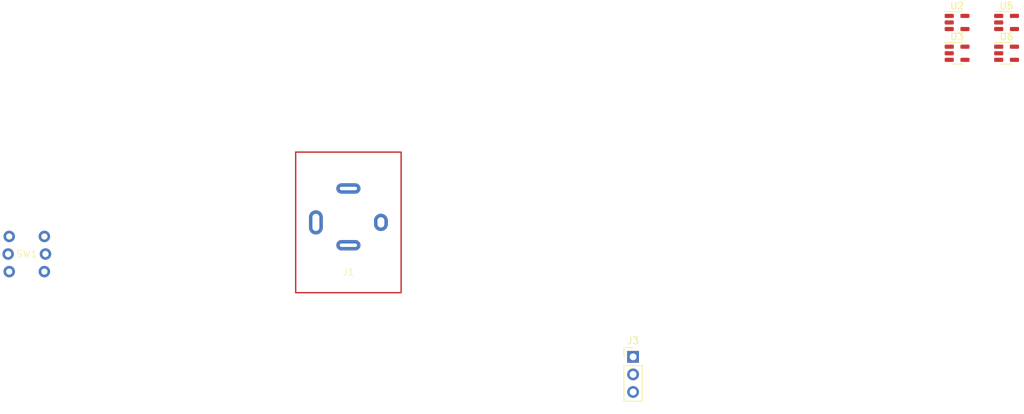
<source format=kicad_pcb>
(kicad_pcb (version 20221018) (generator pcbnew)
  (layers (0 "F.Cu" signal) (31 "B.Cu" signal) (34 "B.Paste" user) (35 "F.Paste" user) (36 "B.SilkS" user "B.Silkscreen") (37 "F.SilkS" user "F.Silkscreen") (38 "B.Mask" user) (39 "F.Mask" user) (44 "Edge.Cuts" user))
  (net 0 "")
  (net 5 "Net-(J13-Pin_1)")
  (net 6 "Net-(J11-Pin_1)")
  (net 7 "Net-(J12-Pin_1)")
  (net 8 "VCC")
  (net 9 "Net-(J3-Pin_2)")
  (net 10 "GND")
  (net 21 "signal")
  (net 22 "VEE")
  (net 23 "Net-(D2-A)")
  (net 24 "Net-(D2-K)")
  (net 25 "Net-(U6--)")
  (footprint "Connector_PinHeader_2.54mm:PinHeader_1x03_P2.54mm_Vertical" (layer "F.Cu") (at 168.148 95.631)
    (fp_text reference "J3" (at 0 -2.33) (layer "F.SilkS"))
    (fp_text value "Conn_01x03")
    (fp_line (start -1.33 -1.33) (end 0 -1.33) (stroke (width 0.12)) (layer "F.SilkS"))
    (fp_line (start -1.33 0) (end -1.33 -1.33) (stroke (width 0.12)) (layer "F.SilkS"))
    (fp_line (start -1.33 1.27) (end -1.33 6.41) (stroke (width 0.12)) (layer "F.SilkS"))
    (fp_line (start -1.33 1.27) (end 1.33 1.27) (stroke (width 0.12)) (layer "F.SilkS"))
    (fp_line (start -1.33 6.41) (end 1.33 6.41) (stroke (width 0.12)) (layer "F.SilkS"))
    (fp_line (start 1.33 1.27) (end 1.33 6.41) (stroke (width 0.12)) (layer "F.SilkS"))
    (pad "1" thru_hole rect (at 0 0) (size 1.7 1.7) (drill 1) (layers "*.Cu" "*.Mask") (net 8 "VCC"))
    (pad "2" thru_hole oval (at 0 2.54) (size 1.7 1.7) (drill 1) (layers "*.Cu" "*.Mask") (net 9 "Net-(J3-Pin_2)"))
    (pad "3" thru_hole oval (at 0 5.08) (size 1.7 1.7) (drill 1) (layers "*.Cu" "*.Mask") (net 10 "GND"))
  )
  (footprint "Package_TO_SOT_SMD:SOT-23-5" (layer "F.Cu") (at 222.1285 47.305)
    (fp_text reference "U5" (at 0 -2.4) (layer "F.SilkS"))
    (fp_text value "LM321")
    (fp_line (start 0 -1.56) (end -1.8 -1.56) (stroke (width 0.12)) (layer "F.SilkS"))
    (fp_line (start 0 -1.56) (end 0.8 -1.56) (stroke (width 0.12)) (layer "F.SilkS"))
    (fp_line (start 0 1.56) (end -0.8 1.56) (stroke (width 0.12)) (layer "F.SilkS"))
    (fp_line (start 0 1.56) (end 0.8 1.56) (stroke (width 0.12)) (layer "F.SilkS"))
    (pad "1" smd roundrect (at -1.1375 -0.95) (size 1.325 0.6) (layers "F.Cu" "F.Paste" "F.Mask") (net 21 "signal"))
    (pad "2" smd roundrect (at -1.1375 0) (size 1.325 0.6) (layers "F.Cu" "F.Paste" "F.Mask") (net 22 "VEE"))
    (pad "3" smd roundrect (at -1.1375 0.95) (size 1.325 0.6) (layers "F.Cu" "F.Paste" "F.Mask") (net 23 "Net-(D2-A)"))
    (pad "4" smd roundrect (at 1.1375 0.95) (size 1.325 0.6) (layers "F.Cu" "F.Paste" "F.Mask") (net 24 "Net-(D2-K)"))
    (pad "5" smd roundrect (at 1.1375 -0.95) (size 1.325 0.6) (layers "F.Cu" "F.Paste" "F.Mask") (net 8 "VCC"))
  )
  (footprint "Eurorack:PJ-301BM" (layer "F.Cu") (at 127 76.2)
    (fp_text reference "J1" (at 0 7.16 unlocked) (layer "F.SilkS") (effects (font (thickness 0.1))))
    (fp_text value "PJ-301BM" hide)
    (pad "S" thru_hole roundrect (at -4.7 0) (size 2 3.5) (drill oval 1 2.5) (layers "*.Cu" "*.Mask") (roundrect_rratio 0.5) (net 5 "Net-(J13-Pin_1)"))
    (pad "S" thru_hole roundrect (at 4.7 0) (size 2 2.5) (drill oval 1 1.5) (layers "*.Cu" "*.Mask") (roundrect_rratio 0.5) (net 5 "Net-(J13-Pin_1)"))
    (pad "T" thru_hole roundrect (at 0 -4.9) (size 3.5 1.5) (drill oval 2.5 0.5) (layers "*.Cu" "*.Mask") (roundrect_rratio 0.5) (net 6 "Net-(J11-Pin_1)"))
    (pad "TN" thru_hole roundrect (at 0 3.3) (size 3.5 1.5) (drill oval 2.5 0.5) (layers "*.Cu" "*.Mask") (roundrect_rratio 0.5) (net 7 "Net-(J12-Pin_1)"))
  )
  (footprint "Package_TO_SOT_SMD:SOT-23-5" (layer "F.Cu") (at 214.9785 47.305)
    (fp_text reference "U2" (at 0 -2.4) (layer "F.SilkS"))
    (fp_text value "LM321")
    (fp_line (start 0 -1.56) (end -1.8 -1.56) (stroke (width 0.12)) (layer "F.SilkS"))
    (fp_line (start 0 -1.56) (end 0.8 -1.56) (stroke (width 0.12)) (layer "F.SilkS"))
    (fp_line (start 0 1.56) (end -0.8 1.56) (stroke (width 0.12)) (layer "F.SilkS"))
    (fp_line (start 0 1.56) (end 0.8 1.56) (stroke (width 0.12)) (layer "F.SilkS"))
    (pad "1" smd roundrect (at -1.1375 -0.95) (size 1.325 0.6) (layers "F.Cu" "F.Paste" "F.Mask"))
    (pad "2" smd roundrect (at -1.1375 0) (size 1.325 0.6) (layers "F.Cu" "F.Paste" "F.Mask"))
    (pad "3" smd roundrect (at -1.1375 0.95) (size 1.325 0.6) (layers "F.Cu" "F.Paste" "F.Mask"))
    (pad "4" smd roundrect (at 1.1375 0.95) (size 1.325 0.6) (layers "F.Cu" "F.Paste" "F.Mask"))
    (pad "5" smd roundrect (at 1.1375 -0.95) (size 1.325 0.6) (layers "F.Cu" "F.Paste" "F.Mask"))
  )
  (footprint "Package_TO_SOT_SMD:SOT-23-5" (layer "F.Cu") (at 222.1285 51.755)
    (fp_text reference "U6" (at 0 -2.4) (layer "F.SilkS"))
    (fp_text value "LM321")
    (fp_line (start 0 -1.56) (end -1.8 -1.56) (stroke (width 0.12)) (layer "F.SilkS"))
    (fp_line (start 0 -1.56) (end 0.8 -1.56) (stroke (width 0.12)) (layer "F.SilkS"))
    (fp_line (start 0 1.56) (end -0.8 1.56) (stroke (width 0.12)) (layer "F.SilkS"))
    (fp_line (start 0 1.56) (end 0.8 1.56) (stroke (width 0.12)) (layer "F.SilkS"))
    (pad "1" smd roundrect (at -1.1375 -0.95) (size 1.325 0.6) (layers "F.Cu" "F.Paste" "F.Mask") (net 21 "signal"))
    (pad "2" smd roundrect (at -1.1375 0) (size 1.325 0.6) (layers "F.Cu" "F.Paste" "F.Mask") (net 22 "VEE"))
    (pad "3" smd roundrect (at -1.1375 0.95) (size 1.325 0.6) (layers "F.Cu" "F.Paste" "F.Mask") (net 25 "Net-(U6--)"))
    (pad "4" smd roundrect (at 1.1375 0.95) (size 1.325 0.6) (layers "F.Cu" "F.Paste" "F.Mask") (net 25 "Net-(U6--)"))
    (pad "5" smd roundrect (at 1.1375 -0.95) (size 1.325 0.6) (layers "F.Cu" "F.Paste" "F.Mask") (net 8 "VCC"))
  )
  (footprint "Package_TO_SOT_SMD:SOT-23-5" (layer "F.Cu") (at 214.9785 51.755)
    (fp_text reference "U3" (at 0 -2.4) (layer "F.SilkS"))
    (fp_text value "LM321")
    (fp_line (start 0 -1.56) (end -1.8 -1.56) (stroke (width 0.12)) (layer "F.SilkS"))
    (fp_line (start 0 -1.56) (end 0.8 -1.56) (stroke (width 0.12)) (layer "F.SilkS"))
    (fp_line (start 0 1.56) (end -0.8 1.56) (stroke (width 0.12)) (layer "F.SilkS"))
    (fp_line (start 0 1.56) (end 0.8 1.56) (stroke (width 0.12)) (layer "F.SilkS"))
    (pad "1" smd roundrect (at -1.1375 -0.95) (size 1.325 0.6) (layers "F.Cu" "F.Paste" "F.Mask"))
    (pad "2" smd roundrect (at -1.1375 0) (size 1.325 0.6) (layers "F.Cu" "F.Paste" "F.Mask"))
    (pad "3" smd roundrect (at -1.1375 0.95) (size 1.325 0.6) (layers "F.Cu" "F.Paste" "F.Mask"))
    (pad "4" smd roundrect (at 1.1375 0.95) (size 1.325 0.6) (layers "F.Cu" "F.Paste" "F.Mask"))
    (pad "5" smd roundrect (at 1.1375 -0.95) (size 1.325 0.6) (layers "F.Cu" "F.Paste" "F.Mask"))
  )
  (footprint "Eurorack:Button_LED" (layer "F.Cu") (at 80.518 80.772)
    (fp_text reference "SW1" (at 0 0 unlocked) (layer "F.SilkS") (effects (font (thickness 0.1))))
    (fp_text value "SW_LED")
    (pad "1" thru_hole circle (at -2.54 -2.54) (size 1.651 1.651) (drill 0.9) (layers "*.Cu" "*.Mask"))
    (pad "1" thru_hole circle (at 2.54 -2.54) (size 1.651 1.651) (drill 0.9) (layers "*.Cu" "*.Mask"))
    (pad "2" thru_hole circle (at -2.54 2.54) (size 1.651 1.651) (drill 0.9) (layers "*.Cu" "*.Mask"))
    (pad "2" thru_hole circle (at 2.54 2.54) (size 1.651 1.651) (drill 0.9) (layers "*.Cu" "*.Mask"))
    (pad "3" thru_hole circle (at -2.7 0) (size 1.651 1.651) (drill 0.9) (layers "*.Cu" "*.Mask"))
    (pad "4" thru_hole circle (at 2.7 0) (size 1.651 1.651) (drill 0.9) (layers "*.Cu" "*.Mask"))
  )
  (gr_rect (start 119.38 66.04) (end 134.62 86.36) (stroke (width 0.2)) (fill none) (layer "F.Cu"))
)
</source>
